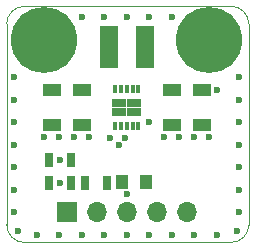
<source format=gbr>
G04 #@! TF.FileFunction,Soldermask,Top*
%FSLAX46Y46*%
G04 Gerber Fmt 4.6, Leading zero omitted, Abs format (unit mm)*
G04 Created by KiCad (PCBNEW 4.0.5) date Sunday, 09. April 2017 'u32' 16:32:30*
%MOMM*%
%LPD*%
G01*
G04 APERTURE LIST*
%ADD10C,0.100000*%
%ADD11R,1.600000X1.000000*%
%ADD12R,1.000000X1.250000*%
%ADD13C,5.600000*%
%ADD14R,1.700000X1.700000*%
%ADD15O,1.700000X1.700000*%
%ADD16R,0.700000X1.300000*%
%ADD17R,0.300000X0.650000*%
%ADD18R,1.240000X0.775000*%
%ADD19R,1.500000X3.600000*%
%ADD20C,0.600000*%
G04 APERTURE END LIST*
D10*
X136500000Y-80500000D02*
G75*
G03X135000000Y-79000000I-1500000J0D01*
G01*
X135000000Y-99000000D02*
G75*
G03X136500000Y-97500000I0J1500000D01*
G01*
X116000000Y-97500000D02*
G75*
G03X117500000Y-99000000I1500000J0D01*
G01*
X117500000Y-79000000D02*
G75*
G03X116000000Y-80500000I0J-1500000D01*
G01*
X116000000Y-80500000D02*
X116000000Y-97500000D01*
X135000000Y-79000000D02*
X117500000Y-79000000D01*
X136500000Y-97500000D02*
X136500000Y-80500000D01*
X117500000Y-99000000D02*
X135000000Y-99000000D01*
D11*
X119810000Y-86070000D03*
X119810000Y-89070000D03*
D12*
X125795000Y-93920000D03*
X127795000Y-93920000D03*
D11*
X129970000Y-86070000D03*
X129970000Y-89070000D03*
X132510000Y-86070000D03*
X132510000Y-89070000D03*
X122350000Y-86070000D03*
X122350000Y-89070000D03*
D13*
X133145000Y-81855000D03*
X119175000Y-81855000D03*
D14*
X121080000Y-96460000D03*
D15*
X123620000Y-96460000D03*
X126160000Y-96460000D03*
X128700000Y-96460000D03*
X131240000Y-96460000D03*
D16*
X122600000Y-94000000D03*
X124500000Y-94000000D03*
X121450000Y-94000000D03*
X119550000Y-94000000D03*
X121450000Y-92000000D03*
X119550000Y-92000000D03*
D17*
X127160000Y-86020000D03*
X126660000Y-86020000D03*
X126160000Y-86020000D03*
X125660000Y-86020000D03*
X125160000Y-86020000D03*
X125160000Y-89120000D03*
X125660000Y-89120000D03*
X126160000Y-89120000D03*
X126660000Y-89120000D03*
X127160000Y-89120000D03*
D18*
X125540000Y-87957500D03*
X126780000Y-87957500D03*
X125540000Y-87182500D03*
X126780000Y-87182500D03*
D19*
X127685000Y-82490000D03*
X124635000Y-82490000D03*
D20*
X135685000Y-85030000D03*
X135685000Y-86935000D03*
X135685000Y-88840000D03*
X135685000Y-90745000D03*
X135685000Y-92650000D03*
X135685000Y-94555000D03*
X135685000Y-96460000D03*
X135500000Y-98000000D03*
X129970000Y-79950000D03*
X128065000Y-79950000D03*
X122350000Y-79950000D03*
X124255000Y-79950000D03*
X126160000Y-79950000D03*
X133780000Y-98365000D03*
X131875000Y-98365000D03*
X129970000Y-98365000D03*
X128065000Y-98365000D03*
X126160000Y-98365000D03*
X124255000Y-98365000D03*
X122350000Y-98365000D03*
X120445000Y-98365000D03*
X118540000Y-98365000D03*
X116635000Y-85030000D03*
X116635000Y-86935000D03*
X116635000Y-88840000D03*
X116635000Y-90745000D03*
X116635000Y-92650000D03*
X116635000Y-94555000D03*
X116635000Y-96460000D03*
X117000000Y-98000000D03*
X133145000Y-90110000D03*
X131875000Y-90110000D03*
X130605000Y-90110000D03*
X129335000Y-90110000D03*
X122985000Y-90110000D03*
X121715000Y-90110000D03*
X120445000Y-90110000D03*
X119175000Y-90110000D03*
X125540000Y-87957500D03*
X126780000Y-87957500D03*
X126780000Y-87182500D03*
X125540000Y-87182500D03*
X126160000Y-94936000D03*
X126034990Y-90120324D03*
X133780000Y-86070000D03*
X128065000Y-88840000D03*
X124784978Y-90124492D03*
X125525000Y-90745000D03*
X120500000Y-94000000D03*
X120500000Y-92000000D03*
M02*

</source>
